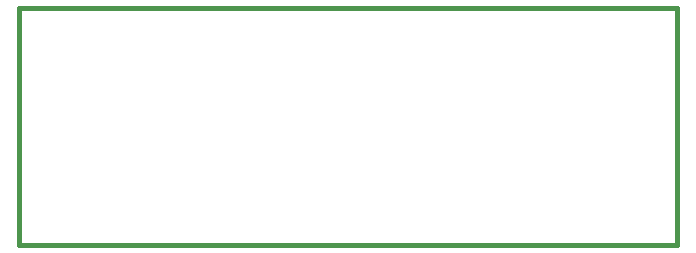
<source format=gbr>
G04 (created by PCBNEW-RS274X (2012-jan-04)-stable) date Thu 15 Nov 2012 21:08:36 CET*
G01*
G70*
G90*
%MOIN*%
G04 Gerber Fmt 3.4, Leading zero omitted, Abs format*
%FSLAX34Y34*%
G04 APERTURE LIST*
%ADD10C,0.006000*%
%ADD11C,0.015000*%
G04 APERTURE END LIST*
G54D10*
G54D11*
X41640Y-44880D02*
X41640Y-37000D01*
X63580Y-44880D02*
X41640Y-44880D01*
X63580Y-37000D02*
X63580Y-44880D01*
X41700Y-37000D02*
X63580Y-37000D01*
M02*

</source>
